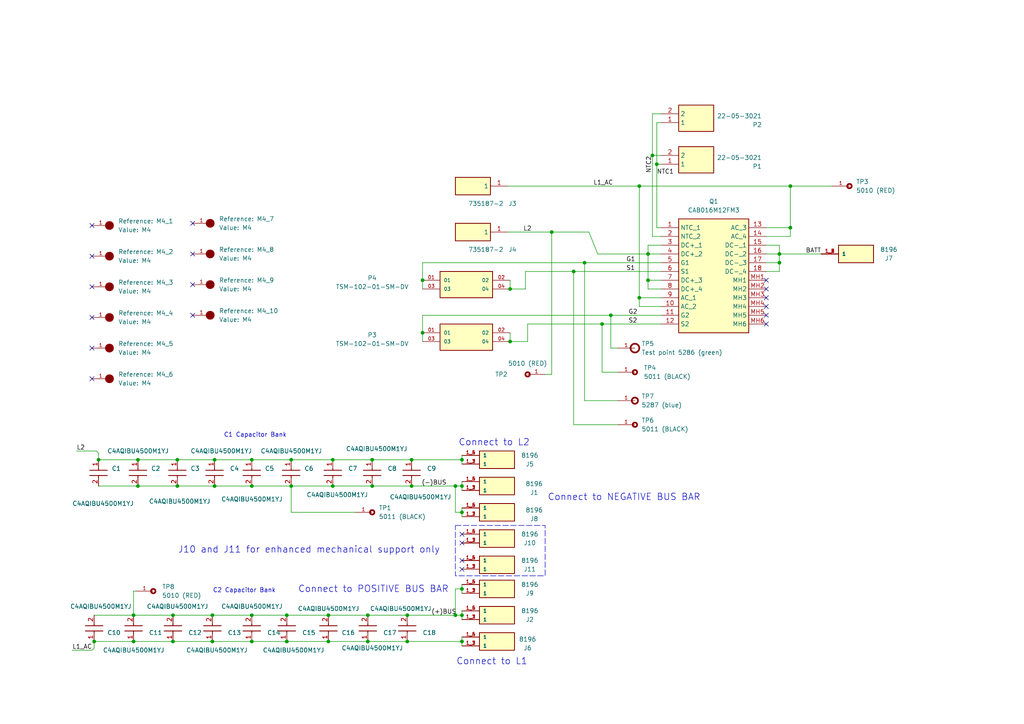
<source format=kicad_sch>
(kicad_sch (version 20231120) (generator "eeschema") (generator_version "8.0")
  (paper "A4")
  (title_block (title "Z-source board for modular multiphse qZSI") (date "05/03/2024") (rev "1") (company "Universidade de Vigo - Applied Power Electronics (APET) research group") (comment 4 "Proyect PID2021-124136OB-I00 supported by") (comment 8 "~\\Luiz e Oscar\\Impedance_Module\\KiCad\\ProjectFiles_Impedance_Module") (comment 9 "L. Lisboa, O. López"))
  (junction (at 38.735 178.435))
  (junction (at 118.11 178.435))
  (junction (at 133.985 133.35))
  (junction (at 106.68 186.055))
  (junction (at 132.08 178.435))
  (junction (at 147.955 83.82))
  (junction (at 177.165 91.44))
  (junction (at 73.025 178.435))
  (junction (at 119.38 133.35))
  (junction (at 185.42 53.975))
  (junction (at 28.575 133.35))
  (junction (at 50.165 178.435))
  (junction (at 84.455 140.97))
  (junction (at 189.23 45.085))
  (junction (at 73.025 186.055))
  (junction (at 51.435 140.97))
  (junction (at 107.95 140.97))
  (junction (at 132.08 140.97))
  (junction (at 226.06 76.2))
  (junction (at 95.25 178.435))
  (junction (at 226.06 73.66))
  (junction (at 133.985 140.97))
  (junction (at 83.185 186.055))
  (junction (at 229.235 53.975))
  (junction (at 50.165 186.055))
  (junction (at 147.955 99.06))
  (junction (at 133.985 170.815))
  (junction (at 106.68 178.435))
  (junction (at 174.625 93.98))
  (junction (at 229.235 66.04))
  (junction (at 62.23 133.35))
  (junction (at 40.005 140.97))
  (junction (at 187.96 73.66))
  (junction (at 95.25 186.055))
  (junction (at 160.02 67.31))
  (junction (at 27.305 186.055))
  (junction (at 107.95 133.35))
  (junction (at 133.985 178.435))
  (junction (at 51.435 133.35))
  (junction (at 40.005 133.35))
  (junction (at 118.11 186.055))
  (junction (at 133.985 186.055))
  (junction (at 73.025 140.97))
  (junction (at 166.37 78.74))
  (junction (at 190.5 47.625))
  (junction (at 96.52 140.97))
  (junction (at 84.455 133.35))
  (junction (at 187.96 81.28))
  (junction (at 73.025 133.35))
  (junction (at 61.595 186.055))
  (junction (at 38.735 186.055))
  (junction (at 119.38 140.97))
  (junction (at 96.52 133.35))
  (junction (at 62.23 140.97))
  (junction (at 169.545 76.2))
  (junction (at 83.185 178.435))
  (junction (at 122.555 81.28))
  (junction (at 185.42 86.36))
  (junction (at 61.595 178.435))
  (junction (at 133.985 148.59))
  (junction (at 122.555 96.52))
  (no_connect (at 26.67 83.185))
  (no_connect (at 133.985 162.56))
  (no_connect (at 55.88 64.77))
  (no_connect (at 222.25 81.28))
  (no_connect (at 133.985 157.48))
  (no_connect (at 222.25 91.44))
  (no_connect (at 55.88 91.44))
  (no_connect (at 55.88 73.66))
  (no_connect (at 222.25 88.9))
  (no_connect (at 222.25 86.36))
  (no_connect (at 133.985 165.1))
  (no_connect (at 222.25 93.98))
  (no_connect (at 26.67 109.855))
  (no_connect (at 222.25 83.82))
  (no_connect (at 26.67 74.295))
  (no_connect (at 26.67 65.405))
  (no_connect (at 55.88 82.55))
  (no_connect (at 133.985 154.94))
  (no_connect (at 26.67 92.075))
  (no_connect (at 26.67 100.965))
  (wire (pts (xy 122.555 81.28) (xy 122.555 83.82)))
  (wire (pts (xy 189.23 33.02) (xy 189.23 45.085)))
  (wire (pts (xy 185.42 86.36) (xy 185.42 88.9)))
  (wire (pts (xy 83.185 178.435) (xy 95.25 178.435)))
  (wire (pts (xy 132.08 170.815) (xy 132.08 178.435)))
  (wire (pts (xy 169.545 76.2) (xy 191.77 76.2)))
  (wire (pts (xy 187.96 83.82) (xy 191.77 83.82)))
  (wire (pts (xy 160.02 67.31) (xy 170.815 67.31)))
  (wire (pts (xy 229.235 53.975) (xy 229.235 66.04)))
  (wire (pts (xy 187.96 71.12) (xy 187.96 73.66)))
  (wire (pts (xy 118.11 186.055) (xy 133.985 186.055)))
  (wire (pts (xy 95.25 186.055) (xy 106.68 186.055)))
  (wire (pts (xy 50.165 178.435) (xy 61.595 178.435)))
  (wire (pts (xy 133.985 178.435) (xy 133.985 179.705)))
  (wire (pts (xy 38.735 171.45) (xy 38.735 178.435)))
  (wire (pts (xy 166.37 78.74) (xy 191.77 78.74)))
  (wire (pts (xy 152.4 83.82) (xy 152.4 78.74)))
  (wire (pts (xy 133.985 139.7) (xy 133.985 140.97)))
  (wire (pts (xy 174.625 93.98) (xy 174.625 107.95)))
  (wire (pts (xy 177.165 91.44) (xy 177.165 100.965)))
  (wire (pts (xy 73.025 186.055) (xy 83.185 186.055)))
  (wire (pts (xy 22.225 130.81) (xy 27.94 130.81)))
  (wire (pts (xy 84.455 140.97) (xy 96.52 140.97)))
  (wire (pts (xy 185.42 53.975) (xy 229.235 53.975)))
  (wire (pts (xy 95.25 178.435) (xy 106.68 178.435)))
  (wire (pts (xy 40.005 140.97) (xy 51.435 140.97)))
  (wire (pts (xy 147.955 99.06) (xy 147.955 96.52)))
  (wire (pts (xy 133.985 133.35) (xy 133.985 134.62)))
  (wire (pts (xy 119.38 140.97) (xy 132.08 140.97)))
  (wire (pts (xy 118.11 178.435) (xy 132.08 178.435)))
  (wire (pts (xy 61.595 186.055) (xy 73.025 186.055)))
  (wire (pts (xy 122.555 91.44) (xy 177.165 91.44)))
  (wire (pts (xy 27.305 186.055) (xy 27.305 187.96)))
  (wire (pts (xy 222.25 73.66) (xy 226.06 73.66)))
  (wire (pts (xy 147.955 99.06) (xy 153.035 99.06)))
  (wire (pts (xy 107.95 133.35) (xy 119.38 133.35)))
  (wire (pts (xy 50.165 186.055) (xy 61.595 186.055)))
  (wire (pts (xy 190.5 66.04) (xy 191.77 66.04)))
  (wire (pts (xy 222.25 71.12) (xy 226.06 71.12)))
  (wire (pts (xy 190.5 47.625) (xy 190.5 66.04)))
  (wire (pts (xy 132.08 178.435) (xy 133.985 178.435)))
  (wire (pts (xy 62.23 140.97) (xy 73.025 140.97)))
  (wire (pts (xy 187.96 73.66) (xy 187.96 81.28)))
  (wire (pts (xy 122.555 96.52) (xy 122.555 99.06)))
  (wire (pts (xy 185.42 86.36) (xy 191.77 86.36)))
  (wire (pts (xy 189.23 68.58) (xy 191.77 68.58)))
  (wire (pts (xy 73.025 178.435) (xy 83.185 178.435)))
  (wire (pts (xy 133.985 169.545) (xy 133.985 170.815)))
  (wire (pts (xy 160.02 67.31) (xy 160.02 108.585)))
  (wire (pts (xy 133.985 170.815) (xy 133.985 172.085)))
  (wire (pts (xy 133.985 148.59) (xy 133.985 149.86)))
  (wire (pts (xy 169.545 76.2) (xy 169.545 116.205)))
  (wire (pts (xy 62.23 133.35) (xy 73.025 133.35)))
  (wire (pts (xy 51.435 133.35) (xy 62.23 133.35)))
  (wire (pts (xy 96.52 140.97) (xy 107.95 140.97)))
  (wire (pts (xy 73.025 133.35) (xy 84.455 133.35)))
  (wire (pts (xy 229.235 66.04) (xy 229.235 68.58)))
  (wire (pts (xy 222.25 78.74) (xy 226.06 78.74)))
  (wire (pts (xy 222.25 76.2) (xy 226.06 76.2)))
  (wire (pts (xy 38.735 171.45) (xy 39.37 171.45)))
  (wire (pts (xy 153.035 99.06) (xy 153.035 93.98)))
  (wire (pts (xy 132.08 140.97) (xy 132.08 148.59)))
  (wire (pts (xy 132.08 140.97) (xy 133.985 140.97)))
  (wire (pts (xy 122.555 76.2) (xy 169.545 76.2)))
  (wire (pts (xy 153.035 93.98) (xy 174.625 93.98)))
  (wire (pts (xy 190.5 47.625) (xy 191.77 47.625)))
  (wire (pts (xy 190.5 35.56) (xy 191.77 35.56)))
  (wire (pts (xy 133.985 177.165) (xy 133.985 178.435)))
  (wire (pts (xy 229.235 53.975) (xy 241.3 53.975)))
  (wire (pts (xy 222.25 68.58) (xy 229.235 68.58)))
  (wire (pts (xy 222.25 66.04) (xy 229.235 66.04)))
  (wire (pts (xy 96.52 133.35) (xy 107.95 133.35)))
  (wire (pts (xy 133.985 147.32) (xy 133.985 148.59)))
  (wire (pts (xy 166.37 123.19) (xy 179.07 123.19)))
  (wire (pts (xy 177.165 100.965) (xy 179.07 100.965)))
  (wire (pts (xy 27.305 178.435) (xy 38.735 178.435)))
  (wire (pts (xy 107.95 140.97) (xy 119.38 140.97)))
  (wire (pts (xy 169.545 116.205) (xy 179.07 116.205)))
  (wire (pts (xy 84.455 148.59) (xy 102.87 148.59)))
  (wire (pts (xy 187.96 71.12) (xy 191.77 71.12)))
  (wire (pts (xy 185.42 53.975) (xy 185.42 86.36)))
  (wire (pts (xy 40.005 133.35) (xy 51.435 133.35)))
  (wire (pts (xy 166.37 78.74) (xy 166.37 123.19)))
  (wire (pts (xy 147.955 81.28) (xy 147.955 83.82)))
  (wire (pts (xy 226.06 73.66) (xy 226.06 76.2)))
  (wire (pts (xy 132.08 148.59) (xy 133.985 148.59)))
  (wire (pts (xy 28.575 131.445) (xy 28.575 133.35)))
  (wire (pts (xy 190.5 35.56) (xy 190.5 47.625)))
  (wire (pts (xy 27.305 186.055) (xy 38.735 186.055)))
  (wire (pts (xy 106.68 186.055) (xy 118.11 186.055)))
  (wire (pts (xy 158.115 108.585) (xy 160.02 108.585)))
  (wire (pts (xy 73.025 140.97) (xy 84.455 140.97)))
  (wire (pts (xy 133.985 186.055) (xy 133.985 187.325)))
  (wire (pts (xy 187.96 81.28) (xy 187.96 83.82)))
  (wire (pts (xy 147.32 53.975) (xy 185.42 53.975)))
  (wire (pts (xy 226.06 76.2) (xy 226.06 78.74)))
  (wire (pts (xy 189.23 45.085) (xy 191.77 45.085)))
  (wire (pts (xy 147.32 67.31) (xy 160.02 67.31)))
  (wire (pts (xy 173.355 73.66) (xy 187.96 73.66)))
  (wire (pts (xy 174.625 107.95) (xy 179.07 107.95)))
  (wire (pts (xy 189.23 33.02) (xy 191.77 33.02)))
  (wire (pts (xy 20.955 188.595) (xy 26.67 188.595)))
  (wire (pts (xy 187.96 73.66) (xy 191.77 73.66)))
  (wire (pts (xy 226.06 71.12) (xy 226.06 73.66)))
  (wire (pts (xy 28.575 133.35) (xy 40.005 133.35)))
  (wire (pts (xy 133.985 132.08) (xy 133.985 133.35)))
  (wire (pts (xy 177.165 91.44) (xy 191.77 91.44)))
  (wire (pts (xy 84.455 140.97) (xy 84.455 148.59)))
  (wire (pts (xy 122.555 91.44) (xy 122.555 96.52)))
  (wire (pts (xy 27.94 130.81) (xy 28.575 131.445)))
  (wire (pts (xy 27.305 187.96) (xy 26.67 188.595)))
  (wire (pts (xy 226.06 73.66) (xy 238.125 73.66)))
  (wire (pts (xy 187.96 81.28) (xy 191.77 81.28)))
  (wire (pts (xy 84.455 133.35) (xy 96.52 133.35)))
  (wire (pts (xy 61.595 178.435) (xy 73.025 178.435)))
  (wire (pts (xy 170.815 67.31) (xy 173.355 73.66)))
  (wire (pts (xy 132.08 170.815) (xy 133.985 170.815)))
  (wire (pts (xy 106.68 178.435) (xy 118.11 178.435)))
  (wire (pts (xy 51.435 140.97) (xy 62.23 140.97)))
  (wire (pts (xy 133.985 184.785) (xy 133.985 186.055)))
  (wire (pts (xy 189.23 45.085) (xy 189.23 68.58)))
  (wire (pts (xy 28.575 140.97) (xy 40.005 140.97)))
  (wire (pts (xy 185.42 88.9) (xy 191.77 88.9)))
  (wire (pts (xy 174.625 93.98) (xy 191.77 93.98)))
  (wire (pts (xy 152.4 78.74) (xy 166.37 78.74)))
  (wire (pts (xy 83.185 186.055) (xy 95.25 186.055)))
  (wire (pts (xy 122.555 76.2) (xy 122.555 81.28)))
  (wire (pts (xy 147.955 83.82) (xy 152.4 83.82)))
  (wire (pts (xy 38.735 186.055) (xy 50.165 186.055)))
  (wire (pts (xy 38.735 178.435) (xy 50.165 178.435)))
  (wire (pts (xy 119.38 133.35) (xy 133.985 133.35)))
  (wire (pts (xy 133.985 140.97) (xy 133.985 142.24)))
  (rectangle (start 132.08 152.4) (end 158.115 167.005) (stroke (width 0) (type dash)))
  (text "C1 Capacitor Bank" (at 83.185 127 0) (effects (font (size 1.27 1.27)) (justify right bottom)))
  (text "Connect to NEGATIVE BUS BAR" (at 203.2 145.415 0) (effects (font (size 1.905 1.905)) (justify right bottom)))
  (text "C2 Capacitor Bank" (at 80.01 172.085 0) (effects (font (size 1.27 1.27)) (justify right bottom)))
  (text "Connect to POSITIVE BUS BAR" (at 130.175 172.085 0) (effects (font (size 1.905 1.905)) (justify right bottom)))
  (text "Connect to L1" (at 153.035 193.04 0) (effects (font (size 1.905 1.905)) (justify right bottom)))
  (text "Connect to L2\n" (at 153.67 129.54 0) (effects (font (size 1.905 1.905)) (justify right bottom)))
  (text "J10 and J11 for enhanced mechanical support only" (at 127.635 160.655 0) (effects (font (size 1.905 1.905)) (justify right bottom)))
  (label "G1" (at 181.61 76.2 0))
  (label "NTC1" (at 190.5 50.8 0))
  (label "G2" (at 182.245 91.44 0))
  (label "L1_AC" (at 172.085 53.975 0))
  (label "(+)BUS" (at 125.095 178.435 0))
  (label "NTC2" (at 189.23 50.165 90))
  (label "BATT" (at 233.68 73.66 0))
  (label "L2" (at 151.765 67.31 0))
  (label "S1" (at 181.61 78.74 0))
  (label "(-)BUS" (at 129.54 140.97 180))
  (label "L1_AC" (at 20.955 188.595 0))
  (label "S2" (at 182.245 93.98 0))
  (label "L2" (at 22.225 130.81 0))
  (symbol (lib_name "8196_3") (lib_id "KEYSTONE_8196:8196") (at 144.145 163.83 0) (unit 1)
    (property "Reference" "J11" (at 153.67 165.1 0))
    (property "Value" "8196" (at 153.67 162.56 0))
    (property "Footprint" "KiCad:KEYSTONE_8196" (effects (hide yes)))
    (property "Description" "\nSnap In PC Mount 30Amp-w/ Screw Unassembled\n" (effects (hide yes)))
    (property "MF" "Keystone Electronics" (effects (hide yes)))
    (property "MAXIMUM_PACKAGE_HEIGHT" "11.51 mm" (effects (hide yes)))
    (property "Package" "None" (effects (hide yes)))
    (property "Price" "None" (effects (hide yes)))
    (property "Check_prices" "https://www.snapeda.com/parts/8196/Keystone+Electronics/view-part/?ref=eda" (effects (hide yes)))
    (property "STANDARD" "Manufacturer Recommendations" (effects (hide yes)))
    (property "PARTREV" "D" (effects (hide yes)))
    (property "SnapEDA_Link" "https://www.snapeda.com/parts/8196/Keystone+Electronics/view-part/?ref=snap" (effects (hide yes)))
    (property "MP" "8196" (effects (hide yes)))
    (property "Purchase-URL" "https://www.snapeda.com/api/url_track_click_mouser/?unipart_id=552876&manufacturer=Keystone Electronics&part_name=8196&search_term=None" (effects (hide yes)))
    (property "Availability" "In Stock" (effects (hide yes)))
    (property "MANUFACTURER" "Keystone Electronics" (effects (hide yes)))
  )
  (symbol (lib_id "Test_pin_KEYSTONE_5287:5287") (at 184.15 116.205 0) (unit 1)
    (property "Reference" "TP7" (at 186.055 114.935 0) (effects (justify left)))
    (property "Value" "5287 (blue)" (at 186.055 117.475 0) (effects (justify left)))
    (property "Footprint" "KiCad:Test_pin_KEYSTONE_5287" (effects (hide yes)))
    (property "Description" "\nTEST POINT (BLUE) - MULTIPURPOSE\n" (effects (hide yes)))
    (property "MF" "Keystone Electronics" (effects (hide yes)))
    (property "MAXIMUM_PACKAGE_HEIGHT" "5.59mm" (effects (hide yes)))
    (property "Package" "None" (effects (hide yes)))
    (property "Price" "None" (effects (hide yes)))
    (property "Check_prices" "https://www.snapeda.com/parts/5287/Keystone+Electronics/view-part/?ref=eda" (effects (hide yes)))
    (property "STANDARD" "Manufacturer Recommendations" (effects (hide yes)))
    (property "SnapEDA_Link" "https://www.snapeda.com/parts/5287/Keystone+Electronics/view-part/?ref=snap" (effects (hide yes)))
    (property "MP" "5287" (effects (hide yes)))
    (property "MANUFACTURER" "Keystone" (effects (hide yes)))
    (property "Availability" "In Stock" (effects (hide yes)))
    (property "SNAPEDA_PN" "5270" (effects (hide yes)))
  )
  (symbol (lib_id "TE_CONNECTIVITY_735187-2:735187-2") (at 147.32 53.975 180) (unit 1)
    (property "Reference" "J3" (at 149.86 59.055 0) (effects (justify left)))
    (property "Value" "735187-2" (at 146.05 59.055 0) (effects (justify left)))
    (property "Footprint" "KiCad:TE_CONNECTIVITY_7351872" (effects (hide yes)))
    (property "Datasheet" "http://www.te.com/commerce/DocumentDelivery/DDEController?Action=showdoc&DocId=Customer+Drawing%7F735187%7FD2%7Fpdf%7FEnglish%7FENG_CD_735187_D2.pdf%7F735187-2" (effects (hide yes)))
    (property "Height" "0" (effects (hide yes)))
    (property "Mouser Part Number" "571-735187-2" (effects (hide yes)))
    (property "Mouser Price/Stock" "https://www.mouser.co.uk/ProductDetail/TE-Connectivity-AMP/735187-2?qs=sd1rtLGwt46VH%2FlJGJZu5w%3D%3D" (effects (hide yes)))
    (property "Manufacturer_Name" "TE Connectivity" (effects (hide yes)))
    (property "Manufacturer_Part_Number" "735187-2" (effects (hide yes)))
  )
  (symbol (lib_id "Capacitor_KEMET_C4AQIBU4500M1YJ:C4AQIBU4500M1YJ") (at 51.435 137.16 0) (unit 1)
    (property "Reference" "C3" (at 55.245 135.89 0) (effects (justify left)))
    (property "Value" "C4AQIBU4500M1YJ" (at 43.18 145.415 0) (effects (justify left)))
    (property "Footprint" "KiCad:Capacitor_KEMET_C4AQIBU4500M1YJ" (effects (hide yes)))
    (property "Datasheet" "https://content.kemet.com/datasheets/KEM_F3125_C4AQ_M.pdf" (effects (hide yes)))
    (property "Height" "28.2" (effects (hide yes)))
    (property "Mouser Part Number" "80-C4AQIBU4500M1YJ" (effects (hide yes)))
    (property "Mouser Price/Stock" "https://www.mouser.co.uk/ProductDetail/KEMET/C4AQIBU4500M1YJ?qs=81r%252BiQLm7BQ5pEDLc8ns3w%3D%3D" (effects (hide yes)))
    (property "Manufacturer_Name" "KEMET" (effects (hide yes)))
    (property "Manufacturer_Part_Number" "C4AQIBU4500M1YJ" (effects (hide yes)))
  )
  (symbol (lib_id "Capacitor_KEMET_C4AQIBU4500M1YJ:C4AQIBU4500M1YJ") (at 50.165 182.245 0) (mirror x) (unit 1)
    (property "Reference" "C12" (at 54.61 183.515 0) (effects (justify left)))
    (property "Value" "C4AQIBU4500M1YJ" (at 42.545 175.895 0) (effects (justify left)))
    (property "Footprint" "KiCad:Capacitor_KEMET_C4AQIBU4500M1YJ" (effects (hide yes)))
    (property "Datasheet" "https://content.kemet.com/datasheets/KEM_F3125_C4AQ_M.pdf" (effects (hide yes)))
    (property "Height" "28.2" (effects (hide yes)))
    (property "Mouser Part Number" "80-C4AQIBU4500M1YJ" (effects (hide yes)))
    (property "Mouser Price/Stock" "https://www.mouser.co.uk/ProductDetail/KEMET/C4AQIBU4500M1YJ?qs=81r%252BiQLm7BQ5pEDLc8ns3w%3D%3D" (effects (hide yes)))
    (property "Manufacturer_Name" "KEMET" (effects (hide yes)))
    (property "Manufacturer_Part_Number" "C4AQIBU4500M1YJ" (effects (hide yes)))
  )
  (symbol (lib_id "Test_pin_KEYSTONE_5011:5011") (at 107.95 148.59 0) (unit 1)
    (property "Reference" "TP1" (at 109.855 147.32 0) (effects (justify left)))
    (property "Value" "5011 (BLACK)" (at 109.855 149.86 0) (effects (justify left)))
    (property "Footprint" "KiCad:Test_pin_KEYSTONE_5011" (effects (hide yes)))
    (property "Description" "\nTest Point MultiPurpose THM H .445 Nylon 46 Insulated Blk PhosBronze/Silver | Keystone Electronics 5011\n" (effects (hide yes)))
    (property "RS_Components_2042652_Purchase_URL" "https://www.snapeda.com/api/url_track_click/https%253A//uk.rs-online.com/web/p/terminal-posts/2042652//%253Futm_campaign%253Dbuynow%2526utm_medium%253Daggregator%2526utm_source%253Dsnapeda%2526cm_mmc%253Daff-_-uk-_-snapeda-_-2042652/?unipart_id=6628606&manufacturer=Keystone Electronics Corp.&part_name=5011&search_term=keystone 5011" (effects (hide yes)))
    (property "MF" "Keystone Electronics Corp." (effects (hide yes)))
    (property "MAXIMUM_PACKAGE_HEIGHT" "8.13 mm" (effects (hide yes)))
    (property "Package" "None" (effects (hide yes)))
    (property "Check_prices" "https://www.snapeda.com/parts/5011/Keystone+Electronics/view-part/?ref=eda" (effects (hide yes)))
    (property "STANDARD" "Manufacturer Recommendations" (effects (hide yes)))
    (property "PARTREV" "F" (effects (hide yes)))
    (property "SnapEDA_Link" "https://www.snapeda.com/parts/5011/Keystone+Electronics/view-part/?ref=snap" (effects (hide yes)))
    (property "MP" "5011" (effects (hide yes)))
    (property "Purchase-URL" "https://www.snapeda.com/api/url_track_click_mouser/?unipart_id=6628606&manufacturer=Keystone Electronics Corp.&part_name=5011&search_term=keystone 5011" (effects (hide yes)))
    (property "MANUFACTURER" "Keystone Electronics" (effects (hide yes)))
    (property "SNAPEDA_PN" "5010" (effects (hide yes)))
  )
  (symbol (lib_name "8196_8") (lib_id "KEYSTONE_8196:8196") (at 144.145 148.59 0) (unit 1)
    (property "Reference" "J8" (at 154.94 150.495 0))
    (property "Value" "8196" (at 154.94 147.955 0))
    (property "Footprint" "KiCad:KEYSTONE_8196" (effects (hide yes)))
    (property "Description" "\nSnap In PC Mount 30Amp-w/ Screw Unassembled\n" (effects (hide yes)))
    (property "MF" "Keystone Electronics" (effects (hide yes)))
    (property "MAXIMUM_PACKAGE_HEIGHT" "11.51 mm" (effects (hide yes)))
    (property "Package" "None" (effects (hide yes)))
    (property "Price" "None" (effects (hide yes)))
    (property "Check_prices" "https://www.snapeda.com/parts/8196/Keystone+Electronics/view-part/?ref=eda" (effects (hide yes)))
    (property "STANDARD" "Manufacturer Recommendations" (effects (hide yes)))
    (property "PARTREV" "D" (effects (hide yes)))
    (property "SnapEDA_Link" "https://www.snapeda.com/parts/8196/Keystone+Electronics/view-part/?ref=snap" (effects (hide yes)))
    (property "MP" "8196" (effects (hide yes)))
    (property "Purchase-URL" "https://www.snapeda.com/api/url_track_click_mouser/?unipart_id=552876&manufacturer=Keystone Electronics&part_name=8196&search_term=None" (effects (hide yes)))
    (property "Availability" "In Stock" (effects (hide yes)))
    (property "MANUFACTURER" "Keystone Electronics" (effects (hide yes)))
  )
  (symbol (lib_name "M4_pin_2") (lib_id "M4_Hole:M4_pin") (at 31.75 92.075 0) (unit 1)
    (property "Reference" "M4_4" (at 34.29 90.805 0) (show_name yes) (effects (justify left)))
    (property "Value" "M4" (at 34.29 93.345 0) (show_name yes) (effects (justify left)))
    (property "Footprint" "KiCad:M4_Hole" (effects (hide yes)))
    (property "Description" "\nTest Point MultiPurpose THM H .445 Nylon 46 Insulated Blk PhosBronze/Silver | Keystone Electronics 5011\n" (effects (hide yes)))
    (property "RS_Components_2042652_Purchase_URL" "https://www.snapeda.com/api/url_track_click/https%253A//uk.rs-online.com/web/p/terminal-posts/2042652//%253Futm_campaign%253Dbuynow%2526utm_medium%253Daggregator%2526utm_source%253Dsnapeda%2526cm_mmc%253Daff-_-uk-_-snapeda-_-2042652/?unipart_id=6628606&manufacturer=Keystone Electronics Corp.&part_name=5011&search_term=keystone 5011" (effects (hide yes)))
    (property "MF" "Keystone Electronics Corp." (effects (hide yes)))
    (property "MAXIMUM_PACKAGE_HEIGHT" "8.13 mm" (effects (hide yes)))
    (property "Package" "None" (effects (hide yes)))
    (property "Check_prices" "https://www.snapeda.com/parts/5011/Keystone+Electronics/view-part/?ref=eda" (effects (hide yes)))
    (property "STANDARD" "Manufacturer Recommendations" (effects (hide yes)))
    (property "PARTREV" "F" (effects (hide yes)))
    (property "SnapEDA_Link" "https://www.snapeda.com/parts/5011/Keystone+Electronics/view-part/?ref=snap" (effects (hide yes)))
    (property "MP" "5011" (effects (hide yes)))
    (property "Purchase-URL" "https://www.snapeda.com/api/url_track_click_mouser/?unipart_id=6628606&manufacturer=Keystone Electronics Corp.&part_name=5011&search_term=keystone 5011" (effects (hide yes)))
    (property "MANUFACTURER" "Keystone Electronics" (effects (hide yes)))
    (property "SNAPEDA_PN" "5010" (effects (hide yes)))
  )
  (symbol (lib_name "M4_pin_2") (lib_id "M4_Hole:M4_pin") (at 31.75 109.855 0) (unit 1)
    (property "Reference" "M4_6" (at 34.29 108.585 0) (show_name yes) (effects (justify left)))
    (property "Value" "M4" (at 34.29 111.125 0) (show_name yes) (effects (justify left)))
    (property "Footprint" "KiCad:M4_Hole" (effects (hide yes)))
    (property "Description" "\nTest Point MultiPurpose THM H .445 Nylon 46 Insulated Blk PhosBronze/Silver | Keystone Electronics 5011\n" (effects (hide yes)))
    (property "RS_Components_2042652_Purchase_URL" "https://www.snapeda.com/api/url_track_click/https%253A//uk.rs-online.com/web/p/terminal-posts/2042652//%253Futm_campaign%253Dbuynow%2526utm_medium%253Daggregator%2526utm_source%253Dsnapeda%2526cm_mmc%253Daff-_-uk-_-snapeda-_-2042652/?unipart_id=6628606&manufacturer=Keystone Electronics Corp.&part_name=5011&search_term=keystone 5011" (effects (hide yes)))
    (property "MF" "Keystone Electronics Corp." (effects (hide yes)))
    (property "MAXIMUM_PACKAGE_HEIGHT" "8.13 mm" (effects (hide yes)))
    (property "Package" "None" (effects (hide yes)))
    (property "Check_prices" "https://www.snapeda.com/parts/5011/Keystone+Electronics/view-part/?ref=eda" (effects (hide yes)))
    (property "STANDARD" "Manufacturer Recommendations" (effects (hide yes)))
    (property "PARTREV" "F" (effects (hide yes)))
    (property "SnapEDA_Link" "https://www.snapeda.com/parts/5011/Keystone+Electronics/view-part/?ref=snap" (effects (hide yes)))
    (property "MP" "5011" (effects (hide yes)))
    (property "Purchase-URL" "https://www.snapeda.com/api/url_track_click_mouser/?unipart_id=6628606&manufacturer=Keystone Electronics Corp.&part_name=5011&search_term=keystone 5011" (effects (hide yes)))
    (property "MANUFACTURER" "Keystone Electronics" (effects (hide yes)))
    (property "SNAPEDA_PN" "5010" (effects (hide yes)))
  )
  (symbol (lib_id "SAMTEC_TSM-102-01-SM-DV:TSM-102-01-SM-DV") (at 135.255 99.06 0) (unit 1)
    (property "Reference" "P3" (at 107.95 97.155 0))
    (property "Value" "TSM-102-01-SM-DV" (at 107.95 99.695 0))
    (property "Footprint" "KiCad:SAMTEC_TSM-102-01-SM-DV" (effects (hide yes)))
    (property "MANUFACTURER" "SAMTEC" (effects (hide yes)))
  )
  (symbol (lib_id "Capacitor_KEMET_C4AQIBU4500M1YJ:C4AQIBU4500M1YJ") (at 106.68 182.245 0) (mirror x) (unit 1)
    (property "Reference" "C17" (at 111.125 183.515 0) (effects (justify left)))
    (property "Value" "C4AQIBU4500M1YJ" (at 99.06 187.96 0) (effects (justify left)))
    (property "Footprint" "KiCad:Capacitor_KEMET_C4AQIBU4500M1YJ" (effects (hide yes)))
    (property "Datasheet" "https://content.kemet.com/datasheets/KEM_F3125_C4AQ_M.pdf" (effects (hide yes)))
    (property "Height" "28.2" (effects (hide yes)))
    (property "Mouser Part Number" "80-C4AQIBU4500M1YJ" (effects (hide yes)))
    (property "Mouser Price/Stock" "https://www.mouser.co.uk/ProductDetail/KEMET/C4AQIBU4500M1YJ?qs=81r%252BiQLm7BQ5pEDLc8ns3w%3D%3D" (effects (hide yes)))
    (property "Manufacturer_Name" "KEMET" (effects (hide yes)))
    (property "Manufacturer_Part_Number" "C4AQIBU4500M1YJ" (effects (hide yes)))
  )
  (symbol (lib_name "8196_6") (lib_id "KEYSTONE_8196:8196") (at 144.145 140.97 0) (unit 1)
    (property "Reference" "J1" (at 154.94 142.875 0))
    (property "Value" "8196" (at 154.94 140.335 0))
    (property "Footprint" "KiCad:KEYSTONE_8196" (effects (hide yes)))
    (property "Description" "\nSnap In PC Mount 30Amp-w/ Screw Unassembled\n" (effects (hide yes)))
    (property "MF" "Keystone Electronics" (effects (hide yes)))
    (property "MAXIMUM_PACKAGE_HEIGHT" "11.51 mm" (effects (hide yes)))
    (property "Package" "None" (effects (hide yes)))
    (property "Price" "None" (effects (hide yes)))
    (property "Check_prices" "https://www.snapeda.com/parts/8196/Keystone+Electronics/view-part/?ref=eda" (effects (hide yes)))
    (property "STANDARD" "Manufacturer Recommendations" (effects (hide yes)))
    (property "PARTREV" "D" (effects (hide yes)))
    (property "SnapEDA_Link" "https://www.snapeda.com/parts/8196/Keystone+Electronics/view-part/?ref=snap" (effects (hide yes)))
    (property "MP" "8196" (effects (hide yes)))
    (property "Purchase-URL" "https://www.snapeda.com/api/url_track_click_mouser/?unipart_id=552876&manufacturer=Keystone Electronics&part_name=8196&search_term=None" (effects (hide yes)))
    (property "Availability" "In Stock" (effects (hide yes)))
    (property "MANUFACTURER" "Keystone Electronics" (effects (hide yes)))
  )
  (symbol (lib_id "TE_CONNECTIVITY_735187-2:735187-2") (at 147.32 67.31 180) (unit 1)
    (property "Reference" "J4" (at 149.86 72.39 0) (effects (justify left)))
    (property "Value" "735187-2" (at 146.05 72.39 0) (effects (justify left)))
    (property "Footprint" "KiCad:TE_CONNECTIVITY_7351872" (effects (hide yes)))
    (property "Datasheet" "http://www.te.com/commerce/DocumentDelivery/DDEController?Action=showdoc&DocId=Customer+Drawing%7F735187%7FD2%7Fpdf%7FEnglish%7FENG_CD_735187_D2.pdf%7F735187-2" (effects (hide yes)))
    (property "Height" "0" (effects (hide yes)))
    (property "Mouser Part Number" "571-735187-2" (effects (hide yes)))
    (property "Mouser Price/Stock" "https://www.mouser.co.uk/ProductDetail/TE-Connectivity-AMP/735187-2?qs=sd1rtLGwt46VH%2FlJGJZu5w%3D%3D" (effects (hide yes)))
    (property "Manufacturer_Name" "TE Connectivity" (effects (hide yes)))
    (property "Manufacturer_Part_Number" "735187-2" (effects (hide yes)))
  )
  (symbol (lib_name "M4_pin_2") (lib_id "M4_Hole:M4_pin") (at 60.96 73.66 0) (unit 1)
    (property "Reference" "M4_8" (at 63.5 72.39 0) (show_name yes) (effects (justify left)))
    (property "Value" "M4" (at 63.5 74.93 0) (show_name yes) (effects (justify left)))
    (property "Footprint" "KiCad:M4_Hole" (effects (hide yes)))
    (property "Description" "\nTest Point MultiPurpose THM H .445 Nylon 46 Insulated Blk PhosBronze/Silver | Keystone Electronics 5011\n" (effects (hide yes)))
    (property "RS_Components_2042652_Purchase_URL" "https://www.snapeda.com/api/url_track_click/https%253A//uk.rs-online.com/web/p/terminal-posts/2042652//%253Futm_campaign%253Dbuynow%2526utm_medium%253Daggregator%2526utm_source%253Dsnapeda%2526cm_mmc%253Daff-_-uk-_-snapeda-_-2042652/?unipart_id=6628606&manufacturer=Keystone Electronics Corp.&part_name=5011&search_term=keystone 5011" (effects (hide yes)))
    (property "MF" "Keystone Electronics Corp." (effects (hide yes)))
    (property "MAXIMUM_PACKAGE_HEIGHT" "8.13 mm" (effects (hide yes)))
    (property "Package" "None" (effects (hide yes)))
    (property "Check_prices" "https://www.snapeda.com/parts/5011/Keystone+Electronics/view-part/?ref=eda" (effects (hide yes)))
    (property "STANDARD" "Manufacturer Recommendations" (effects (hide yes)))
    (property "PARTREV" "F" (effects (hide yes)))
    (property "SnapEDA_Link" "https://www.snapeda.com/parts/5011/Keystone+Electronics/view-part/?ref=snap" (effects (hide yes)))
    (property "MP" "5011" (effects (hide yes)))
    (property "Purchase-URL" "https://www.snapeda.com/api/url_track_click_mouser/?unipart_id=6628606&manufacturer=Keystone Electronics Corp.&part_name=5011&search_term=keystone 5011" (effects (hide yes)))
    (property "MANUFACTURER" "Keystone Electronics" (effects (hide yes)))
    (property "SNAPEDA_PN" "5010" (effects (hide yes)))
  )
  (symbol (lib_id "Capacitor_KEMET_C4AQIBU4500M1YJ:C4AQIBU4500M1YJ") (at 84.455 137.16 0) (unit 1)
    (property "Reference" "C6" (at 88.265 135.89 0) (effects (justify left)))
    (property "Value" "C4AQIBU4500M1YJ" (at 75.565 130.81 0) (effects (justify left)))
    (property "Footprint" "KiCad:Capacitor_KEMET_C4AQIBU4500M1YJ" (effects (hide yes)))
    (property "Datasheet" "https://content.kemet.com/datasheets/KEM_F3125_C4AQ_M.pdf" (effects (hide yes)))
    (property "Height" "28.2" (effects (hide yes)))
    (property "Mouser Part Number" "80-C4AQIBU4500M1YJ" (effects (hide yes)))
    (property "Mouser Price/Stock" "https://www.mouser.co.uk/ProductDetail/KEMET/C4AQIBU4500M1YJ?qs=81r%252BiQLm7BQ5pEDLc8ns3w%3D%3D" (effects (hide yes)))
    (property "Manufacturer_Name" "KEMET" (effects (hide yes)))
    (property "Manufacturer_Part_Number" "C4AQIBU4500M1YJ" (effects (hide yes)))
  )
  (symbol (lib_name "M4_pin_1") (lib_id "M4_Hole:M4_pin") (at 31.75 100.965 0) (unit 1)
    (property "Reference" "M4_5" (at 34.29 99.695 0) (show_name yes) (effects (justify left)))
    (property "Value" "M4" (at 34.29 102.235 0) (show_name yes) (effects (justify left)))
    (property "Footprint" "KiCad:M4_Hole" (effects (hide yes)))
    (property "Description" "\nTest Point MultiPurpose THM H .445 Nylon 46 Insulated Blk PhosBronze/Silver | Keystone Electronics 5011\n" (effects (hide yes)))
    (property "RS_Components_2042652_Purchase_URL" "https://www.snapeda.com/api/url_track_click/https%253A//uk.rs-online.com/web/p/terminal-posts/2042652//%253Futm_campaign%253Dbuynow%2526utm_medium%253Daggregator%2526utm_source%253Dsnapeda%2526cm_mmc%253Daff-_-uk-_-snapeda-_-2042652/?unipart_id=6628606&manufacturer=Keystone Electronics Corp.&part_name=5011&search_term=keystone 5011" (effects (hide yes)))
    (property "MF" "Keystone Electronics Corp." (effects (hide yes)))
    (property "MAXIMUM_PACKAGE_HEIGHT" "8.13 mm" (effects (hide yes)))
    (property "Package" "None" (effects (hide yes)))
    (property "Check_prices" "https://www.snapeda.com/parts/5011/Keystone+Electronics/view-part/?ref=eda" (effects (hide yes)))
    (property "STANDARD" "Manufacturer Recommendations" (effects (hide yes)))
    (property "PARTREV" "F" (effects (hide yes)))
    (property "SnapEDA_Link" "https://www.snapeda.com/parts/5011/Keystone+Electronics/view-part/?ref=snap" (effects (hide yes)))
    (property "MP" "5011" (effects (hide yes)))
    (property "Purchase-URL" "https://www.snapeda.com/api/url_track_click_mouser/?unipart_id=6628606&manufacturer=Keystone Electronics Corp.&part_name=5011&search_term=keystone 5011" (effects (hide yes)))
    (property "MANUFACTURER" "Keystone Electronics" (effects (hide yes)))
    (property "SNAPEDA_PN" "5010" (effects (hide yes)))
  )
  (symbol (lib_name "M4_pin_1") (lib_id "M4_Hole:M4_pin") (at 60.96 64.77 0) (unit 1)
    (property "Reference" "M4_7" (at 63.5 63.5 0) (show_name yes) (effects (justify left)))
    (property "Value" "M4" (at 63.5 66.04 0) (show_name yes) (effects (justify left)))
    (property "Footprint" "KiCad:M4_Hole" (effects (hide yes)))
    (property "Description" "\nTest Point MultiPurpose THM H .445 Nylon 46 Insulated Blk PhosBronze/Silver | Keystone Electronics 5011\n" (effects (hide yes)))
    (property "RS_Components_2042652_Purchase_URL" "https://www.snapeda.com/api/url_track_click/https%253A//uk.rs-online.com/web/p/terminal-posts/2042652//%253Futm_campaign%253Dbuynow%2526utm_medium%253Daggregator%2526utm_source%253Dsnapeda%2526cm_mmc%253Daff-_-uk-_-snapeda-_-2042652/?unipart_id=6628606&manufacturer=Keystone Electronics Corp.&part_name=5011&search_term=keystone 5011" (effects (hide yes)))
    (property "MF" "Keystone Electronics Corp." (effects (hide yes)))
    (property "MAXIMUM_PACKAGE_HEIGHT" "8.13 mm" (effects (hide yes)))
    (property "Package" "None" (effects (hide yes)))
    (property "Check_prices" "https://www.snapeda.com/parts/5011/Keystone+Electronics/view-part/?ref=eda" (effects (hide yes)))
    (property "STANDARD" "Manufacturer Recommendations" (effects (hide yes)))
    (property "PARTREV" "F" (effects (hide yes)))
    (property "SnapEDA_Link" "https://www.snapeda.com/parts/5011/Keystone+Electronics/view-part/?ref=snap" (effects (hide yes)))
    (property "MP" "5011" (effects (hide yes)))
    (property "Purchase-URL" "https://www.snapeda.com/api/url_track_click_mouser/?unipart_id=6628606&manufacturer=Keystone Electronics Corp.&part_name=5011&search_term=keystone 5011" (effects (hide yes)))
    (property "MANUFACTURER" "Keystone Electronics" (effects (hide yes)))
    (property "SNAPEDA_PN" "5010" (effects (hide yes)))
  )
  (symbol (lib_id "Connector_for_NTC_signal_Molex_22-05-3021:22-05-3021") (at 191.77 47.625 0) (mirror x) (unit 1)
    (property "Reference" "P1" (at 220.98 48.26 0) (effects (justify right)))
    (property "Value" "22-05-3021" (at 220.98 45.72 0) (effects (justify right)))
    (property "Footprint" "KiCad:Connector_for_NTC_signal_22-05-3021" (effects (hide yes)))
    (property "Datasheet" "http://www.molex.com/webdocs/datasheets/pdf/en-us/0022053031_PCB_HEADERS.pdf" (effects (hide yes)))
    (property "Mouser Part Number" "538-22-05-3021" (effects (hide yes)))
    (property "Mouser Price/Stock" "https://www.mouser.co.uk/ProductDetail/Molex/22-05-3021?qs=wUVoC1r15A8LYgt5mQ3uWQ%3D%3D" (effects (hide yes)))
    (property "Manufacturer_Name" "Molex" (effects (hide yes)))
    (property "Manufacturer_Part_Number" "22-05-3021" (effects (hide yes)))
  )
  (symbol (lib_id "Test_pin_KEYSTONE_5010 (red):5010") (at 246.38 53.975 0) (unit 1)
    (property "Reference" "TP3" (at 248.285 52.705 0) (effects (justify left)))
    (property "Value" "5010 (RED)" (at 248.285 55.245 0) (effects (justify left)))
    (property "Footprint" "KiCad:Test_pin_KEYSTONE_5010 (red)" (effects (hide yes)))
    (property "Description" "\nTest Point MultiPurpose THM .445 L .125 OD Heat Resistant Nylon 46 Red | Keystone Electronics 5010\n" (effects (hide yes)))
    (property "DigiKey_Part_Number" "36-5010-ND" (effects (hide yes)))
    (property "MF" "Keystone Electronics Corp." (effects (hide yes)))
    (property "MAXIMUM_PACKAGE_HEIGHT" "8.13 mm" (effects (hide yes)))
    (property "Package" "NON STANDARD-1 Keystone" (effects (hide yes)))
    (property "Check_prices" "https://www.snapeda.com/parts/5010/Keystone+Electronics/view-part/?ref=eda" (effects (hide yes)))
    (property "STANDARD" "Manufacturer Recommendations" (effects (hide yes)))
    (property "PARTREV" "F" (effects (hide yes)))
    (property "SnapEDA_Link" "https://www.snapeda.com/parts/5010/Keystone+Electronics/view-part/?ref=snap" (effects (hide yes)))
    (property "MP" "5010" (effects (hide yes)))
    (property "Purchase-URL" "https://www.snapeda.com/api/url_track_click_mouser/?unipart_id=4901036&manufacturer=Keystone Electronics Corp.&part_name=5010&search_term=keystone 5010" (effects (hide yes)))
    (property "SNAPEDA_PN" "5010" (effects (hide yes)))
    (property "MANUFACTURER" "Keystone Electronics" (effects (hide yes)))
  )
  (symbol (lib_id "Capacitor_KEMET_C4AQIBU4500M1YJ:C4AQIBU4500M1YJ") (at 96.52 137.16 0) (unit 1)
    (property "Reference" "C7" (at 100.965 135.89 0) (effects (justify left)))
    (property "Value" "C4AQIBU4500M1YJ" (at 88.9 143.51 0) (effects (justify left)))
    (property "Footprint" "KiCad:Capacitor_KEMET_C4AQIBU4500M1YJ" (effects (hide yes)))
    (property "Datasheet" "https://content.kemet.com/datasheets/KEM_F3125_C4AQ_M.pdf" (effects (hide yes)))
    (property "Height" "28.2" (effects (hide yes)))
    (property "Mouser Part Number" "80-C4AQIBU4500M1YJ" (effects (hide yes)))
    (property "Mouser Price/Stock" "https://www.mouser.co.uk/ProductDetail/KEMET/C4AQIBU4500M1YJ?qs=81r%252BiQLm7BQ5pEDLc8ns3w%3D%3D" (effects (hide yes)))
    (property "Manufacturer_Name" "KEMET" (effects (hide yes)))
    (property "Manufacturer_Part_Number" "C4AQIBU4500M1YJ" (effects (hide yes)))
  )
  (symbol (lib_id "SAMTEC_TSM-102-01-SM-DV:TSM-102-01-SM-DV") (at 135.255 83.82 0) (unit 1)
    (property "Reference" "P4" (at 107.95 80.645 0))
    (property "Value" "TSM-102-01-SM-DV" (at 107.95 83.185 0))
    (property "Footprint" "KiCad:SAMTEC_TSM-102-01-SM-DV" (effects (hide yes)))
    (property "MANUFACTURER" "SAMTEC" (effects (hide yes)))
  )
  (symbol (lib_id "Capacitor_KEMET_C4AQIBU4500M1YJ:C4AQIBU4500M1YJ") (at 119.38 137.16 0) (unit 1)
    (property "Reference" "C9" (at 123.825 135.89 0) (effects (justify left)))
    (property "Value" "C4AQIBU4500M1YJ" (at 113.03 144.145 0) (effects (justify left)))
    (property "Footprint" "KiCad:Capacitor_KEMET_C4AQIBU4500M1YJ" (effects (hide yes)))
    (property "Datasheet" "https://content.kemet.com/datasheets/KEM_F3125_C4AQ_M.pdf" (effects (hide yes)))
    (property "Height" "28.2" (effects (hide yes)))
    (property "Mouser Part Number" "80-C4AQIBU4500M1YJ" (effects (hide yes)))
    (property "Mouser Price/Stock" "https://www.mouser.co.uk/ProductDetail/KEMET/C4AQIBU4500M1YJ?qs=81r%252BiQLm7BQ5pEDLc8ns3w%3D%3D" (effects (hide yes)))
    (property "Manufacturer_Name" "KEMET" (effects (hide yes)))
    (property "Manufacturer_Part_Number" "C4AQIBU4500M1YJ" (effects (hide yes)))
  )
  (symbol (lib_name "8196_4") (lib_id "KEYSTONE_8196:8196") (at 144.145 178.435 0) (unit 1)
    (property "Reference" "J2" (at 153.67 179.705 0))
    (property "Value" "8196" (at 153.67 177.165 0))
    (property "Footprint" "KiCad:KEYSTONE_8196" (effects (hide yes)))
    (property "Description" "\nSnap In PC Mount 30Amp-w/ Screw Unassembled\n" (effects (hide yes)))
    (property "MF" "Keystone Electronics" (effects (hide yes)))
    (property "MAXIMUM_PACKAGE_HEIGHT" "11.51 mm" (effects (hide yes)))
    (property "Package" "None" (effects (hide yes)))
    (property "Price" "None" (effects (hide yes)))
    (property "Check_prices" "https://www.snapeda.com/parts/8196/Keystone+Electronics/view-part/?ref=eda" (effects (hide yes)))
    (property "STANDARD" "Manufacturer Recommendations" (effects (hide yes)))
    (property "PARTREV" "D" (effects (hide yes)))
    (property "SnapEDA_Link" "https://www.snapeda.com/parts/8196/Keystone+Electronics/view-part/?ref=snap" (effects (hide yes)))
    (property "MP" "8196" (effects (hide yes)))
    (property "Purchase-URL" "https://www.snapeda.com/api/url_track_click_mouser/?unipart_id=552876&manufacturer=Keystone Electronics&part_name=8196&search_term=None" (effects (hide yes)))
    (property "Availability" "In Stock" (effects (hide yes)))
    (property "MANUFACTURER" "Keystone Electronics" (effects (hide yes)))
  )
  (symbol (lib_id "Test_pin_KEYSTONE_5011:5011") (at 184.15 107.95 0) (unit 1)
    (property "Reference" "TP4" (at 186.69 106.68 0) (effects (justify left)))
    (property "Value" "5011 (BLACK)" (at 186.69 109.22 0) (effects (justify left)))
    (property "Footprint" "KiCad:Test_pin_KEYSTONE_5011" (effects (hide yes)))
    (property "Description" "\nTest Point MultiPurpose THM H .445 Nylon 46 Insulated Blk PhosBronze/Silver | Keystone Electronics 5011\n" (effects (hide yes)))
    (property "RS_Components_2042652_Purchase_URL" "https://www.snapeda.com/api/url_track_click/https%253A//uk.rs-online.com/web/p/terminal-posts/2042652//%253Futm_campaign%253Dbuynow%2526utm_medium%253Daggregator%2526utm_source%253Dsnapeda%2526cm_mmc%253Daff-_-uk-_-snapeda-_-2042652/?unipart_id=6628606&manufacturer=Keystone Electronics Corp.&part_name=5011&search_term=keystone 5011" (effects (hide yes)))
    (property "MF" "Keystone Electronics Corp." (effects (hide yes)))
    (property "MAXIMUM_PACKAGE_HEIGHT" "8.13 mm" (effects (hide yes)))
    (property "Package" "None" (effects (hide yes)))
    (property "Check_prices" "https://www.snapeda.com/parts/5011/Keystone+Electronics/view-part/?ref=eda" (effects (hide yes)))
    (property "STANDARD" "Manufacturer Recommendations" (effects (hide yes)))
    (property "PARTREV" "F" (effects (hide yes)))
    (property "SnapEDA_Link" "https://www.snapeda.com/parts/5011/Keystone+Electronics/view-part/?ref=snap" (effects (hide yes)))
    (property "MP" "5011" (effects (hide yes)))
    (property "Purchase-URL" "https://www.snapeda.com/api/url_track_click_mouser/?unipart_id=6628606&manufacturer=Keystone Electronics Corp.&part_name=5011&search_term=keystone 5011" (effects (hide yes)))
    (property "MANUFACTURER" "Keystone Electronics" (effects (hide yes)))
    (property "SNAPEDA_PN" "5010" (effects (hide yes)))
  )
  (symbol (lib_id "Capacitor_KEMET_C4AQIBU4500M1YJ:C4AQIBU4500M1YJ") (at 27.305 182.245 0) (mirror x) (unit 1)
    (property "Reference" "C10" (at 31.115 183.515 0) (effects (justify left)))
    (property "Value" "C4AQIBU4500M1YJ" (at 20.32 175.895 0) (effects (justify left)))
    (property "Footprint" "KiCad:Capacitor_KEMET_C4AQIBU4500M1YJ" (effects (hide yes)))
    (property "Datasheet" "https://content.kemet.com/datasheets/KEM_F3125_C4AQ_M.pdf" (effects (hide yes)))
    (property "Height" "28.2" (effects (hide yes)))
    (property "Mouser Part Number" "80-C4AQIBU4500M1YJ" (effects (hide yes)))
    (property "Mouser Price/Stock" "https://www.mouser.co.uk/ProductDetail/KEMET/C4AQIBU4500M1YJ?qs=81r%252BiQLm7BQ5pEDLc8ns3w%3D%3D" (effects (hide yes)))
    (property "Manufacturer_Name" "KEMET" (effects (hide yes)))
    (property "Manufacturer_Part_Number" "C4AQIBU4500M1YJ" (effects (hide yes)))
  )
  (symbol (lib_id "Capacitor_KEMET_C4AQIBU4500M1YJ:C4AQIBU4500M1YJ") (at 83.185 182.245 0) (mirror x) (unit 1)
    (property "Reference" "C15" (at 87.63 183.515 0) (effects (justify left)))
    (property "Value" "C4AQIBU4500M1YJ" (at 76.2 188.595 0) (effects (justify left)))
    (property "Footprint" "KiCad:Capacitor_KEMET_C4AQIBU4500M1YJ" (effects (hide yes)))
    (property "Datasheet" "https://content.kemet.com/datasheets/KEM_F3125_C4AQ_M.pdf" (effects (hide yes)))
    (property "Height" "28.2" (effects (hide yes)))
    (property "Mouser Part Number" "80-C4AQIBU4500M1YJ" (effects (hide yes)))
    (property "Mouser Price/Stock" "https://www.mouser.co.uk/ProductDetail/KEMET/C4AQIBU4500M1YJ?qs=81r%252BiQLm7BQ5pEDLc8ns3w%3D%3D" (effects (hide yes)))
    (property "Manufacturer_Name" "KEMET" (effects (hide yes)))
    (property "Manufacturer_Part_Number" "C4AQIBU4500M1YJ" (effects (hide yes)))
  )
  (symbol (lib_name "M4_pin_2") (lib_id "M4_Hole:M4_pin") (at 60.96 91.44 0) (unit 1)
    (property "Reference" "M4_10" (at 63.5 90.17 0) (show_name yes) (effects (justify left)))
    (property "Value" "M4" (at 63.5 92.71 0) (show_name yes) (effects (justify left)))
    (property "Footprint" "KiCad:M4_Hole" (effects (hide yes)))
    (property "Description" "\nTest Point MultiPurpose THM H .445 Nylon 46 Insulated Blk PhosBronze/Silver | Keystone Electronics 5011\n" (effects (hide yes)))
    (property "RS_Components_2042652_Purchase_URL" "https://www.snapeda.com/api/url_track_click/https%253A//uk.rs-online.com/web/p/terminal-posts/2042652//%253Futm_campaign%253Dbuynow%2526utm_medium%253Daggregator%2526utm_source%253Dsnapeda%2526cm_mmc%253Daff-_-uk-_-snapeda-_-2042652/?unipart_id=6628606&manufacturer=Keystone Electronics Corp.&part_name=5011&search_term=keystone 5011" (effects (hide yes)))
    (property "MF" "Keystone Electronics Corp." (effects (hide yes)))
    (property "MAXIMUM_PACKAGE_HEIGHT" "8.13 mm" (effects (hide yes)))
    (property "Package" "None" (effects (hide yes)))
    (property "Check_prices" "https://www.snapeda.com/parts/5011/Keystone+Electronics/view-part/?ref=eda" (effects (hide yes)))
    (property "STANDARD" "Manufacturer Recommendations" (effects (hide yes)))
    (property "PARTREV" "F" (effects (hide yes)))
    (property "SnapEDA_Link" "https://www.snapeda.com/parts/5011/Keystone+Electronics/view-part/?ref=snap" (effects (hide yes)))
    (property "MP" "5011" (effects (hide yes)))
    (property "Purchase-URL" "https://www.snapeda.com/api/url_track_click_mouser/?unipart_id=6628606&manufacturer=Keystone Electronics Corp.&part_name=5011&search_term=keystone 5011" (effects (hide yes)))
    (property "MANUFACTURER" "Keystone Electronics" (effects (hide yes)))
    (property "SNAPEDA_PN" "5010" (effects (hide yes)))
  )
  (symbol (lib_id "Capacitor_KEMET_C4AQIBU4500M1YJ:C4AQIBU4500M1YJ") (at 40.005 137.16 0) (unit 1)
    (property "Reference" "C2" (at 43.815 135.89 0) (effects (justify left)))
    (property "Value" "C4AQIBU4500M1YJ" (at 31.115 130.81 0) (effects (justify left)))
    (property "Footprint" "KiCad:Capacitor_KEMET_C4AQIBU4500M1YJ" (effects (hide yes)))
    (property "Datasheet" "https://content.kemet.com/datasheets/KEM_F3125_C4AQ_M.pdf" (effects (hide yes)))
    (property "Height" "28.2" (effects (hide yes)))
    (property "Mouser Part Number" "80-C4AQIBU4500M1YJ" (effects (hide yes)))
    (property "Mouser Price/Stock" "https://www.mouser.co.uk/ProductDetail/KEMET/C4AQIBU4500M1YJ?qs=81r%252BiQLm7BQ5pEDLc8ns3w%3D%3D" (effects (hide yes)))
    (property "Manufacturer_Name" "KEMET" (effects (hide yes)))
    (property "Manufacturer_Part_Number" "C4AQIBU4500M1YJ" (effects (hide yes)))
  )
  (symbol (lib_id "Test_pin_KEYSTONE_5011:5011") (at 184.15 123.19 0) (unit 1)
    (property "Reference" "TP6" (at 186.055 121.92 0) (effects (justify left)))
    (property "Value" "5011 (BLACK)" (at 186.055 124.46 0) (effects (justify left)))
    (property "Footprint" "KiCad:Test_pin_KEYSTONE_5011" (effects (hide yes)))
    (property "Description" "\nTest Point MultiPurpose THM H .445 Nylon 46 Insulated Blk PhosBronze/Silver | Keystone Electronics 5011\n" (effects (hide yes)))
    (property "RS_Components_2042652_Purchase_URL" "https://www.snapeda.com/api/url_track_click/https%253A//uk.rs-online.com/web/p/terminal-posts/2042652//%253Futm_campaign%253Dbuynow%2526utm_medium%253Daggregator%2526utm_source%253Dsnapeda%2526cm_mmc%253Daff-_-uk-_-snapeda-_-2042652/?unipart_id=6628606&manufacturer=Keystone Electronics Corp.&part_name=5011&search_term=keystone 5011" (effects (hide yes)))
    (property "MF" "Keystone Electronics Corp." (effects (hide yes)))
    (property "MAXIMUM_PACKAGE_HEIGHT" "8.13 mm" (effects (hide yes)))
    (property "Package" "None" (effects (hide yes)))
    (property "Check_prices" "https://www.snapeda.com/parts/5011/Keystone+Electronics/view-part/?ref=eda" (effects (hide yes)))
    (property "STANDARD" "Manufacturer Recommendations" (effects (hide yes)))
    (property "PARTREV" "F" (effects (hide yes)))
    (property "SnapEDA_Link" "https://www.snapeda.com/parts/5011/Keystone+Electronics/view-part/?ref=snap" (effects (hide yes)))
    (property "MP" "5011" (effects (hide yes)))
    (property "Purchase-URL" "https://www.snapeda.com/api/url_track_click_mouser/?unipart_id=6628606&manufacturer=Keystone Electronics Corp.&part_name=5011&search_term=keystone 5011" (effects (hide yes)))
    (property "MANUFACTURER" "Keystone Electronics" (effects (hide yes)))
    (property "SNAPEDA_PN" "5010" (effects (hide yes)))
  )
  (symbol (lib_id "Capacitor_KEMET_C4AQIBU4500M1YJ:C4AQIBU4500M1YJ") (at 62.23 137.16 0) (unit 1)
    (property "Reference" "C4" (at 66.675 135.89 0) (effects (justify left)))
    (property "Value" "C4AQIBU4500M1YJ" (at 55.245 130.81 0) (effects (justify left)))
    (property "Footprint" "KiCad:Capacitor_KEMET_C4AQIBU4500M1YJ" (effects (hide yes)))
    (property "Datasheet" "https://content.kemet.com/datasheets/KEM_F3125_C4AQ_M.pdf" (effects (hide yes)))
    (property "Height" "28.2" (effects (hide yes)))
    (property "Mouser Part Number" "80-C4AQIBU4500M1YJ" (effects (hide yes)))
    (property "Mouser Price/Stock" "https://www.mouser.co.uk/ProductDetail/KEMET/C4AQIBU4500M1YJ?qs=81r%252BiQLm7BQ5pEDLc8ns3w%3D%3D" (effects (hide yes)))
    (property "Manufacturer_Name" "KEMET" (effects (hide yes)))
    (property "Manufacturer_Part_Number" "C4AQIBU4500M1YJ" (effects (hide yes)))
  )
  (symbol (lib_id "Capacitor_KEMET_C4AQIBU4500M1YJ:C4AQIBU4500M1YJ") (at 95.25 182.245 0) (mirror x) (unit 1)
    (property "Reference" "C16" (at 99.06 183.515 0) (effects (justify left)))
    (property "Value" "C4AQIBU4500M1YJ" (at 86.36 176.53 0) (effects (justify left)))
    (property "Footprint" "KiCad:Capacitor_KEMET_C4AQIBU4500M1YJ" (effects (hide yes)))
    (property "Datasheet" "https://content.kemet.com/datasheets/KEM_F3125_C4AQ_M.pdf" (effects (hide yes)))
    (property "Height" "28.2" (effects (hide yes)))
    (property "Mouser Part Number" "80-C4AQIBU4500M1YJ" (effects (hide yes)))
    (property "Mouser Price/Stock" "https://www.mouser.co.uk/ProductDetail/KEMET/C4AQIBU4500M1YJ?qs=81r%252BiQLm7BQ5pEDLc8ns3w%3D%3D" (effects (hide yes)))
    (property "Manufacturer_Name" "KEMET" (effects (hide yes)))
    (property "Manufacturer_Part_Number" "C4AQIBU4500M1YJ" (effects (hide yes)))
  )
  (symbol (lib_name "M4_pin_1") (lib_id "M4_Hole:M4_pin") (at 31.75 83.185 0) (unit 1)
    (property "Reference" "M4_3" (at 34.29 81.915 0) (show_name yes) (effects (justify left)))
    (property "Value" "M4" (at 34.29 84.455 0) (show_name yes) (effects (justify left)))
    (property "Footprint" "KiCad:M4_Hole" (effects (hide yes)))
    (property "Description" "\nTest Point MultiPurpose THM H .445 Nylon 46 Insulated Blk PhosBronze/Silver | Keystone Electronics 5011\n" (effects (hide yes)))
    (property "RS_Components_2042652_Purchase_URL" "https://www.snapeda.com/api/url_track_click/https%253A//uk.rs-online.com/web/p/terminal-posts/2042652//%253Futm_campaign%253Dbuynow%2526utm_medium%253Daggregator%2526utm_source%253Dsnapeda%2526cm_mmc%253Daff-_-uk-_-snapeda-_-2042652/?unipart_id=6628606&manufacturer=Keystone Electronics Corp.&part_name=5011&search_term=keystone 5011" (effects (hide yes)))
    (property "MF" "Keystone Electronics Corp." (effects (hide yes)))
    (property "MAXIMUM_PACKAGE_HEIGHT" "8.13 mm" (effects (hide yes)))
    (property "Package" "None" (effects (hide yes)))
    (property "Check_prices" "https://www.snapeda.com/parts/5011/Keystone+Electronics/view-part/?ref=eda" (effects (hide yes)))
    (property "STANDARD" "Manufacturer Recommendations" (effects (hide yes)))
    (property "PARTREV" "F" (effects (hide yes)))
    (property "SnapEDA_Link" "https://www.snapeda.com/parts/5011/Keystone+Electronics/view-part/?ref=snap" (effects (hide yes)))
    (property "MP" "5011" (effects (hide yes)))
    (property "Purchase-URL" "https://www.snapeda.com/api/url_track_click_mouser/?unipart_id=6628606&manufacturer=Keystone Electronics Corp.&part_name=5011&search_term=keystone 5011" (effects (hide yes)))
    (property "MANUFACTURER" "Keystone Electronics" (effects (hide yes)))
    (property "SNAPEDA_PN" "5010" (effects (hide yes)))
  )
  (symbol (lib_id "Test_pin_KEYSTONE_5010 (red):5010") (at 44.45 171.45 0) (unit 1)
    (property "Reference" "TP8" (at 46.99 170.18 0) (effects (justify left)))
    (property "Value" "5010 (RED)" (at 46.99 172.72 0) (effects (justify left)))
    (property "Footprint" "KiCad:Test_pin_KEYSTONE_5010 (red)" (effects (hide yes)))
    (property "Description" "\nTest Point MultiPurpose THM .445 L .125 OD Heat Resistant Nylon 46 Red | Keystone Electronics 5010\n" (effects (hide yes)))
    (property "DigiKey_Part_Number" "36-5010-ND" (effects (hide yes)))
    (property "MF" "Keystone Electronics Corp." (effects (hide yes)))
    (property "MAXIMUM_PACKAGE_HEIGHT" "8.13 mm" (effects (hide yes)))
    (property "Package" "NON STANDARD-1 Keystone" (effects (hide yes)))
    (property "Check_prices" "https://www.snapeda.com/parts/5010/Keystone+Electronics/view-part/?ref=eda" (effects (hide yes)))
    (property "STANDARD" "Manufacturer Recommendations" (effects (hide yes)))
    (property "PARTREV" "F" (effects (hide yes)))
    (property "SnapEDA_Link" "https://www.snapeda.com/parts/5010/Keystone+Electronics/view-part/?ref=snap" (effects (hide yes)))
    (property "MP" "5010" (effects (hide yes)))
    (property "Purchase-URL" "https://www.snapeda.com/api/url_track_click_mouser/?unipart_id=4901036&manufacturer=Keystone Electronics Corp.&part_name=5010&search_term=keystone 5010" (effects (hide yes)))
    (property "SNAPEDA_PN" "5010" (effects (hide yes)))
    (property "MANUFACTURER" "Keystone Electronics" (effects (hide yes)))
  )
  (symbol (lib_name "8196_7") (lib_id "KEYSTONE_8196:8196") (at 144.145 170.815 0) (unit 1)
    (property "Reference" "J9" (at 153.67 172.085 0))
    (property "Value" "8196" (at 153.67 169.545 0))
    (property "Footprint" "KiCad:KEYSTONE_8196" (effects (hide yes)))
    (property "Description" "\nSnap In PC Mount 30Amp-w/ Screw Unassembled\n" (effects (hide yes)))
    (property "MF" "Keystone Electronics" (effects (hide yes)))
    (property "MAXIMUM_PACKAGE_HEIGHT" "11.51 mm" (effects (hide yes)))
    (property "Package" "None" (effects (hide yes)))
    (property "Price" "None" (effects (hide yes)))
    (property "Check_prices" "https://www.snapeda.com/parts/8196/Keystone+Electronics/view-part/?ref=eda" (effects (hide yes)))
    (property "STANDARD" "Manufacturer Recommendations" (effects (hide yes)))
    (property "PARTREV" "D" (effects (hide yes)))
    (property "SnapEDA_Link" "https://www.snapeda.com/parts/8196/Keystone+Electronics/view-part/?ref=snap" (effects (hide yes)))
    (property "MP" "8196" (effects (hide yes)))
    (property "Purchase-URL" "https://www.snapeda.com/api/url_track_click_mouser/?unipart_id=552876&manufacturer=Keystone Electronics&part_name=8196&search_term=None" (effects (hide yes)))
    (property "Availability" "In Stock" (effects (hide yes)))
    (property "MANUFACTURER" "Keystone Electronics" (effects (hide yes)))
  )
  (symbol (lib_id "Test_pin_KEYSTONE_5286:5286") (at 184.15 100.965 0) (unit 1)
    (property "Reference" "TP5" (at 186.055 99.695 0) (effects (justify left)))
    (property "Value" "Test point 5286 (green)" (at 186.055 102.235 0) (effects (justify left)))
    (property "Footprint" "KiCad:Test_pin_KEYSTONE_5286" (effects (hide yes)))
    (property "Description" "\nTEST POINT (GREEN) - MULTIPURPOSE\n" (effects (hide yes)))
    (property "MF" "Keystone Electronics" (effects (hide yes)))
    (property "MAXIMUM_PACKAGE_HEIGHT" "5.59mm" (effects (hide yes)))
    (property "Package" "None" (effects (hide yes)))
    (property "Price" "None" (effects (hide yes)))
    (property "Check_prices" "https://www.snapeda.com/parts/5286/Keystone+Electronics/view-part/?ref=eda" (effects (hide yes)))
    (property "STANDARD" "Manufacturer Recommendations" (effects (hide yes)))
    (property "SnapEDA_Link" "https://www.snapeda.com/parts/5286/Keystone+Electronics/view-part/?ref=snap" (effects (hide yes)))
    (property "MP" "5286" (effects (hide yes)))
    (property "MANUFACTURER" "Keystone" (effects (hide yes)))
    (property "Availability" "In Stock" (effects (hide yes)))
    (property "SNAPEDA_PN" "5270" (effects (hide yes)))
  )
  (symbol (lib_id "Capacitor_KEMET_C4AQIBU4500M1YJ:C4AQIBU4500M1YJ") (at 61.595 182.245 0) (mirror x) (unit 1)
    (property "Reference" "C13" (at 66.04 183.515 0) (effects (justify left)))
    (property "Value" "C4AQIBU4500M1YJ" (at 53.975 188.595 0) (effects (justify left)))
    (property "Footprint" "KiCad:Capacitor_KEMET_C4AQIBU4500M1YJ" (effects (hide yes)))
    (property "Datasheet" "https://content.kemet.com/datasheets/KEM_F3125_C4AQ_M.pdf" (effects (hide yes)))
    (property "Height" "28.2" (effects (hide yes)))
    (property "Mouser Part Number" "80-C4AQIBU4500M1YJ" (effects (hide yes)))
    (property "Mouser Price/Stock" "https://www.mouser.co.uk/ProductDetail/KEMET/C4AQIBU4500M1YJ?qs=81r%252BiQLm7BQ5pEDLc8ns3w%3D%3D" (effects (hide yes)))
    (property "Manufacturer_Name" "KEMET" (effects (hide yes)))
    (property "Manufacturer_Part_Number" "C4AQIBU4500M1YJ" (effects (hide yes)))
  )
  (symbol (lib_id "Capacitor_KEMET_C4AQIBU4500M1YJ:C4AQIBU4500M1YJ") (at 38.735 182.245 0) (mirror x) (unit 1)
    (property "Reference" "C11" (at 43.18 183.515 0) (effects (justify left)))
    (property "Value" "C4AQIBU4500M1YJ" (at 29.845 188.595 0) (effects (justify left)))
    (property "Footprint" "KiCad:Capacitor_KEMET_C4AQIBU4500M1YJ" (effects (hide yes)))
    (property "Datasheet" "https://content.kemet.com/datasheets/KEM_F3125_C4AQ_M.pdf" (effects (hide yes)))
    (property "Height" "28.2" (effects (hide yes)))
    (property "Mouser Part Number" "80-C4AQIBU4500M1YJ" (effects (hide yes)))
    (property "Mouser Price/Stock" "https://www.mouser.co.uk/ProductDetail/KEMET/C4AQIBU4500M1YJ?qs=81r%252BiQLm7BQ5pEDLc8ns3w%3D%3D" (effects (hide yes)))
    (property "Manufacturer_Name" "KEMET" (effects (hide yes)))
    (property "Manufacturer_Part_Number" "C4AQIBU4500M1YJ" (effects (hide yes)))
  )
  (symbol (lib_name "M4_pin_1") (lib_id "M4_Hole:M4_pin") (at 60.96 82.55 0) (unit 1)
    (property "Reference" "M4_9" (at 63.5 81.28 0) (show_name yes) (effects (justify left)))
    (property "Value" "M4" (at 63.5 83.82 0) (show_name yes) (effects (justify left)))
    (property "Footprint" "KiCad:M4_Hole" (effects (hide yes)))
    (property "Description" "\nTest Point MultiPurpose THM H .445 Nylon 46 Insulated Blk PhosBronze/Silver | Keystone Electronics 5011\n" (effects (hide yes)))
    (property "RS_Components_2042652_Purchase_URL" "https://www.snapeda.com/api/url_track_click/https%253A//uk.rs-online.com/web/p/terminal-posts/2042652//%253Futm_campaign%253Dbuynow%2526utm_medium%253Daggregator%2526utm_source%253Dsnapeda%2526cm_mmc%253Daff-_-uk-_-snapeda-_-2042652/?unipart_id=6628606&manufacturer=Keystone Electronics Corp.&part_name=5011&search_term=keystone 5011" (effects (hide yes)))
    (property "MF" "Keystone Electronics Corp." (effects (hide yes)))
    (property "MAXIMUM_PACKAGE_HEIGHT" "8.13 mm" (effects (hide yes)))
    (property "Package" "None" (effects (hide yes)))
    (property "Check_prices" "https://www.snapeda.com/parts/5011/Keystone+Electronics/view-part/?ref=eda" (effects (hide yes)))
    (property "STANDARD" "Manufacturer Recommendations" (effects (hide yes)))
    (property "PARTREV" "F" (effects (hide yes)))
    (property "SnapEDA_Link" "https://www.snapeda.com/parts/5011/Keystone+Electronics/view-part/?ref=snap" (effects (hide yes)))
    (property "MP" "5011" (effects (hide yes)))
    (property "Purchase-URL" "https://www.snapeda.com/api/url_track_click_mouser/?unipart_id=6628606&manufacturer=Keystone Electronics Corp.&part_name=5011&search_term=keystone 5011" (effects (hide yes)))
    (property "MANUFACTURER" "Keystone Electronics" (effects (hide yes)))
    (property "SNAPEDA_PN" "5010" (effects (hide yes)))
  )
  (symbol (lib_id "KEYSTONE_8196:8196") (at 248.285 73.66 0) (unit 1)
    (property "Reference" "J7" (at 257.81 74.93 0))
    (property "Value" "8196" (at 257.81 72.39 0))
    (property "Footprint" "KiCad:KEYSTONE_8196" (effects (hide yes)))
    (property "Description" "\nSnap In PC Mount 30Amp-w/ Screw Unassembled\n" (effects (hide yes)))
    (property "MF" "Keystone Electronics" (effects (hide yes)))
    (property "MAXIMUM_PACKAGE_HEIGHT" "11.51 mm" (effects (hide yes)))
    (property "Package" "None" (effects (hide yes)))
    (property "Price" "None" (effects (hide yes)))
    (property "Check_prices" "https://www.snapeda.com/parts/8196/Keystone+Electronics/view-part/?ref=eda" (effects (hide yes)))
    (property "STANDARD" "Manufacturer Recommendations" (effects (hide yes)))
    (property "PARTREV" "D" (effects (hide yes)))
    (property "SnapEDA_Link" "https://www.snapeda.com/parts/8196/Keystone+Electronics/view-part/?ref=snap" (effects (hide yes)))
    (property "MP" "8196" (effects (hide yes)))
    (property "Purchase-URL" "https://www.snapeda.com/api/url_track_click_mouser/?unipart_id=552876&manufacturer=Keystone Electronics&part_name=8196&search_term=None" (effects (hide yes)))
    (property "Availability" "In Stock" (effects (hide yes)))
    (property "MANUFACTURER" "Keystone Electronics" (effects (hide yes)))
  )
  (symbol (lib_id "Test_pin_KEYSTONE_5010 (red):5010") (at 153.035 108.585 180) (unit 1)
    (property "Reference" "TP2" (at 145.415 108.585 0))
    (property "Value" "5010 (RED)" (at 153.035 105.41 0))
    (property "Footprint" "KiCad:Test_pin_KEYSTONE_5010 (red)" (effects (hide yes)))
    (property "Description" "\nTest Point MultiPurpose THM .445 L .125 OD Heat Resistant Nylon 46 Red | Keystone Electronics 5010\n" (effects (hide yes)))
    (property "DigiKey_Part_Number" "36-5010-ND" (effects (hide yes)))
    (property "MF" "Keystone Electronics Corp." (effects (hide yes)))
    (property "MAXIMUM_PACKAGE_HEIGHT" "8.13 mm" (effects (hide yes)))
    (property "Package" "NON STANDARD-1 Keystone" (effects (hide yes)))
    (property "Check_prices" "https://www.snapeda.com/parts/5010/Keystone+Electronics/view-part/?ref=eda" (effects (hide yes)))
    (property "STANDARD" "Manufacturer Recommendations" (effects (hide yes)))
    (property "PARTREV" "F" (effects (hide yes)))
    (property "SnapEDA_Link" "https://www.snapeda.com/parts/5010/Keystone+Electronics/view-part/?ref=snap" (effects (hide yes)))
    (property "MP" "5010" (effects (hide yes)))
    (property "Purchase-URL" "https://www.snapeda.com/api/url_track_click_mouser/?unipart_id=4901036&manufacturer=Keystone Electronics Corp.&part_name=5010&search_term=keystone 5010" (effects (hide yes)))
    (property "SNAPEDA_PN" "5010" (effects (hide yes)))
    (property "MANUFACTURER" "Keystone Electronics" (effects (hide yes)))
  )
  (symbol (lib_name "M4_pin_2") (lib_id "M4_Hole:M4_pin") (at 31.75 74.295 0) (unit 1)
    (property "Reference" "M4_2" (at 34.29 73.025 0) (show_name yes) (effects (justify left)))
    (property "Value" "M4" (at 34.29 75.565 0) (show_name yes) (effects (justify left)))
    (property "Footprint" "KiCad:M4_Hole" (effects (hide yes)))
    (property "Description" "\nTest Point MultiPurpose THM H .445 Nylon 46 Insulated Blk PhosBronze/Silver | Keystone Electronics 5011\n" (effects (hide yes)))
    (property "RS_Components_2042652_Purchase_URL" "https://www.snapeda.com/api/url_track_click/https%253A//uk.rs-online.com/web/p/terminal-posts/2042652//%253Futm_campaign%253Dbuynow%2526utm_medium%253Daggregator%2526utm_source%253Dsnapeda%2526cm_mmc%253Daff-_-uk-_-snapeda-_-2042652/?unipart_id=6628606&manufacturer=Keystone Electronics Corp.&part_name=5011&search_term=keystone 5011" (effects (hide yes)))
    (property "MF" "Keystone Electronics Corp." (effects (hide yes)))
    (property "MAXIMUM_PACKAGE_HEIGHT" "8.13 mm" (effects (hide yes)))
    (property "Package" "None" (effects (hide yes)))
    (property "Check_prices" "https://www.snapeda.com/parts/5011/Keystone+Electronics/view-part/?ref=eda" (effects (hide yes)))
    (property "STANDARD" "Manufacturer Recommendations" (effects (hide yes)))
    (property "PARTREV" "F" (effects (hide yes)))
    (property "SnapEDA_Link" "https://www.snapeda.com/parts/5011/Keystone+Electronics/view-part/?ref=snap" (effects (hide yes)))
    (property "MP" "5011" (effects (hide yes)))
    (property "Purchase-URL" "https://www.snapeda.com/api/url_track_click_mouser/?unipart_id=6628606&manufacturer=Keystone Electronics Corp.&part_name=5011&search_term=keystone 5011" (effects (hide yes)))
    (property "MANUFACTURER" "Keystone Electronics" (effects (hide yes)))
    (property "SNAPEDA_PN" "5010" (effects (hide yes)))
  )
  (symbol (lib_name "8196_1") (lib_id "KEYSTONE_8196:8196") (at 144.145 133.35 0) (unit 1)
    (property "Reference" "J5" (at 153.67 134.62 0))
    (property "Value" "8196" (at 153.67 132.08 0))
    (property "Footprint" "KiCad:KEYSTONE_8196" (effects (hide yes)))
    (property "Description" "\nSnap In PC Mount 30Amp-w/ Screw Unassembled\n" (effects (hide yes)))
    (property "MF" "Keystone Electronics" (effects (hide yes)))
    (property "MAXIMUM_PACKAGE_HEIGHT" "11.51 mm" (effects (hide yes)))
    (property "Package" "None" (effects (hide yes)))
    (property "Price" "None" (effects (hide yes)))
    (property "Check_prices" "https://www.snapeda.com/parts/8196/Keystone+Electronics/view-part/?ref=eda" (effects (hide yes)))
    (property "STANDARD" "Manufacturer Recommendations" (effects (hide yes)))
    (property "PARTREV" "D" (effects (hide yes)))
    (property "SnapEDA_Link" "https://www.snapeda.com/parts/8196/Keystone+Electronics/view-part/?ref=snap" (effects (hide yes)))
    (property "MP" "8196" (effects (hide yes)))
    (property "Purchase-URL" "https://www.snapeda.com/api/url_track_click_mouser/?unipart_id=552876&manufacturer=Keystone Electronics&part_name=8196&search_term=None" (effects (hide yes)))
    (property "Availability" "In Stock" (effects (hide yes)))
    (property "MANUFACTURER" "Keystone Electronics" (effects (hide yes)))
  )
  (symbol (lib_name "8196_2") (lib_id "KEYSTONE_8196:8196") (at 144.145 186.055 0) (unit 1)
    (property "Reference" "J6" (at 153.035 187.96 0))
    (property "Value" "8196" (at 153.035 185.42 0))
    (property "Footprint" "KiCad:KEYSTONE_8196" (effects (hide yes)))
    (property "Description" "\nSnap In PC Mount 30Amp-w/ Screw Unassembled\n" (effects (hide yes)))
    (property "MF" "Keystone Electronics" (effects (hide yes)))
    (property "MAXIMUM_PACKAGE_HEIGHT" "11.51 mm" (effects (hide yes)))
    (property "Package" "None" (effects (hide yes)))
    (property "Price" "None" (effects (hide yes)))
    (property "Check_prices" "https://www.snapeda.com/parts/8196/Keystone+Electronics/view-part/?ref=eda" (effects (hide yes)))
    (property "STANDARD" "Manufacturer Recommendations" (effects (hide yes)))
    (property "PARTREV" "D" (effects (hide yes)))
    (property "SnapEDA_Link" "https://www.snapeda.com/parts/8196/Keystone+Electronics/view-part/?ref=snap" (effects (hide yes)))
    (property "MP" "8196" (effects (hide yes)))
    (property "Purchase-URL" "https://www.snapeda.com/api/url_track_click_mouser/?unipart_id=552876&manufacturer=Keystone Electronics&part_name=8196&search_term=None" (effects (hide yes)))
    (property "Availability" "In Stock" (effects (hide yes)))
    (property "MANUFACTURER" "Keystone Electronics" (effects (hide yes)))
  )
  (symbol (lib_id "Capacitor_KEMET_C4AQIBU4500M1YJ:C4AQIBU4500M1YJ") (at 107.95 137.16 0) (unit 1)
    (property "Reference" "C8" (at 112.395 135.89 0) (effects (justify left)))
    (property "Value" "C4AQIBU4500M1YJ" (at 100.33 130.175 0) (effects (justify left)))
    (property "Footprint" "KiCad:Capacitor_KEMET_C4AQIBU4500M1YJ" (effects (hide yes)))
    (property "Datasheet" "https://content.kemet.com/datasheets/KEM_F3125_C4AQ_M.pdf" (effects (hide yes)))
    (property "Height" "28.2" (effects (hide yes)))
    (property "Mouser Part Number" "80-C4AQIBU4500M1YJ" (effects (hide yes)))
    (property "Mouser Price/Stock" "https://www.mouser.co.uk/ProductDetail/KEMET/C4AQIBU4500M1YJ?qs=81r%252BiQLm7BQ5pEDLc8ns3w%3D%3D" (effects (hide yes)))
    (property "Manufacturer_Name" "KEMET" (effects (hide yes)))
    (property "Manufacturer_Part_Number" "C4AQIBU4500M1YJ" (effects (hide yes)))
  )
  (symbol (lib_id "Capacitor_KEMET_C4AQIBU4500M1YJ:C4AQIBU4500M1YJ") (at 73.025 182.245 0) (mirror x) (unit 1)
    (property "Reference" "C14" (at 77.47 183.515 0) (effects (justify left)))
    (property "Value" "C4AQIBU4500M1YJ" (at 64.135 175.895 0) (effects (justify left)))
    (property "Footprint" "KiCad:Capacitor_KEMET_C4AQIBU4500M1YJ" (effects (hide yes)))
    (property "Datasheet" "https://content.kemet.com/datasheets/KEM_F3125_C4AQ_M.pdf" (effects (hide yes)))
    (property "Height" "28.2" (effects (hide yes)))
    (property "Mouser Part Number" "80-C4AQIBU4500M1YJ" (effects (hide yes)))
    (property "Mouser Price/Stock" "https://www.mouser.co.uk/ProductDetail/KEMET/C4AQIBU4500M1YJ?qs=81r%252BiQLm7BQ5pEDLc8ns3w%3D%3D" (effects (hide yes)))
    (property "Manufacturer_Name" "KEMET" (effects (hide yes)))
    (property "Manufacturer_Part_Number" "C4AQIBU4500M1YJ" (effects (hide yes)))
  )
  (symbol (lib_id "Capacitor_KEMET_C4AQIBU4500M1YJ:C4AQIBU4500M1YJ") (at 118.11 182.245 0) (mirror x) (unit 1)
    (property "Reference" "C18" (at 122.555 183.515 0) (effects (justify left)))
    (property "Value" "C4AQIBU4500M1YJ" (at 107.315 176.53 0) (effects (justify left)))
    (property "Footprint" "KiCad:Capacitor_KEMET_C4AQIBU4500M1YJ" (effects (hide yes)))
    (property "Datasheet" "https://content.kemet.com/datasheets/KEM_F3125_C4AQ_M.pdf" (effects (hide yes)))
    (property "Height" "28.2" (effects (hide yes)))
    (property "Mouser Part Number" "80-C4AQIBU4500M1YJ" (effects (hide yes)))
    (property "Mouser Price/Stock" "https://www.mouser.co.uk/ProductDetail/KEMET/C4AQIBU4500M1YJ?qs=81r%252BiQLm7BQ5pEDLc8ns3w%3D%3D" (effects (hide yes)))
    (property "Manufacturer_Name" "KEMET" (effects (hide yes)))
    (property "Manufacturer_Part_Number" "C4AQIBU4500M1YJ" (effects (hide yes)))
  )
  (symbol (lib_id "Capacitor_KEMET_C4AQIBU4500M1YJ:C4AQIBU4500M1YJ") (at 28.575 137.16 0) (unit 1)
    (property "Reference" "C1" (at 32.385 135.89 0) (effects (justify left)))
    (property "Value" "C4AQIBU4500M1YJ" (at 20.955 146.05 0) (effects (justify left)))
    (property "Footprint" "KiCad:Capacitor_KEMET_C4AQIBU4500M1YJ" (effects (hide yes)))
    (property "Datasheet" "https://content.kemet.com/datasheets/KEM_F3125_C4AQ_M.pdf" (effects (hide yes)))
    (property "Height" "28.2" (effects (hide yes)))
    (property "Mouser Part Number" "80-C4AQIBU4500M1YJ" (effects (hide yes)))
    (property "Mouser Price/Stock" "https://www.mouser.co.uk/ProductDetail/KEMET/C4AQIBU4500M1YJ?qs=81r%252BiQLm7BQ5pEDLc8ns3w%3D%3D" (effects (hide yes)))
    (property "Manufacturer_Name" "KEMET" (effects (hide yes)))
    (property "Manufacturer_Part_Number" "C4AQIBU4500M1YJ" (effects (hide yes)))
  )
  (symbol (lib_id "CAB016M12FM3_with_insert_pins:CAB016M12FM3_with_insert_pins_no_DC_link") (at 191.77 66.04 0) (unit 1)
    (property "Reference" "Q1" (at 207.01 58.42 0))
    (property "Value" "CAB016M12FM3" (at 207.01 60.96 0))
    (property "Footprint" "KiCad:CAB016M12FM3_with_insert_pins_no_DC_dridge" (effects (hide yes)))
    (property "Datasheet" "https://www.wolfspeed.com/downloads/dl/file/id/1925/product/745/cab016m12fm3.pdf" (effects (hide yes)))
    (property "Height" "12.35" (effects (hide yes)))
    (property "Mouser Part Number" "941-CAB016M12FM3" (effects (hide yes)))
    (property "Mouser Price/Stock" "https://www.mouser.co.uk/ProductDetail/Wolfspeed/CAB016M12FM3?qs=iLbezkQI%252BshFgWwD%252Bhbuvg%3D%3D" (effects (hide yes)))
    (property "Manufacturer_Name" "Wolfspeed" (effects (hide yes)))
    (property "Manufacturer_Part_Number" "CAB016M12FM3" (effects (hide yes)))
  )
  (symbol (lib_id "Capacitor_KEMET_C4AQIBU4500M1YJ:C4AQIBU4500M1YJ") (at 73.025 137.16 0) (unit 1)
    (property "Reference" "C5" (at 76.835 135.89 0) (effects (justify left)))
    (property "Value" "C4AQIBU4500M1YJ" (at 64.135 144.78 0) (effects (justify left)))
    (property "Footprint" "KiCad:Capacitor_KEMET_C4AQIBU4500M1YJ" (effects (hide yes)))
    (property "Datasheet" "https://content.kemet.com/datasheets/KEM_F3125_C4AQ_M.pdf" (effects (hide yes)))
    (property "Height" "28.2" (effects (hide yes)))
    (property "Mouser Part Number" "80-C4AQIBU4500M1YJ" (effects (hide yes)))
    (property "Mouser Price/Stock" "https://www.mouser.co.uk/ProductDetail/KEMET/C4AQIBU4500M1YJ?qs=81r%252BiQLm7BQ5pEDLc8ns3w%3D%3D" (effects (hide yes)))
    (property "Manufacturer_Name" "KEMET" (effects (hide yes)))
    (property "Manufacturer_Part_Number" "C4AQIBU4500M1YJ" (effects (hide yes)))
  )
  (symbol (lib_name "M4_pin_1") (lib_id "M4_Hole:M4_pin") (at 31.75 65.405 0) (unit 1)
    (property "Reference" "M4_1" (at 34.29 64.135 0) (show_name yes) (effects (justify left)))
    (property "Value" "M4" (at 34.29 66.675 0) (show_name yes) (effects (justify left)))
    (property "Footprint" "KiCad:M4_Hole" (effects (hide yes)))
    (property "Description" "\nTest Point MultiPurpose THM H .445 Nylon 46 Insulated Blk PhosBronze/Silver | Keystone Electronics 5011\n" (effects (hide yes)))
    (property "RS_Components_2042652_Purchase_URL" "https://www.snapeda.com/api/url_track_click/https%253A//uk.rs-online.com/web/p/terminal-posts/2042652//%253Futm_campaign%253Dbuynow%2526utm_medium%253Daggregator%2526utm_source%253Dsnapeda%2526cm_mmc%253Daff-_-uk-_-snapeda-_-2042652/?unipart_id=6628606&manufacturer=Keystone Electronics Corp.&part_name=5011&search_term=keystone 5011" (effects (hide yes)))
    (property "MF" "Keystone Electronics Corp." (effects (hide yes)))
    (property "MAXIMUM_PACKAGE_HEIGHT" "8.13 mm" (effects (hide yes)))
    (property "Package" "None" (effects (hide yes)))
    (property "Check_prices" "https://www.snapeda.com/parts/5011/Keystone+Electronics/view-part/?ref=eda" (effects (hide yes)))
    (property "STANDARD" "Manufacturer Recommendations" (effects (hide yes)))
    (property "PARTREV" "F" (effects (hide yes)))
    (property "SnapEDA_Link" "https://www.snapeda.com/parts/5011/Keystone+Electronics/view-part/?ref=snap" (effects (hide yes)))
    (property "MP" "5011" (effects (hide yes)))
    (property "Purchase-URL" "https://www.snapeda.com/api/url_track_click_mouser/?unipart_id=6628606&manufacturer=Keystone Electronics Corp.&part_name=5011&search_term=keystone 5011" (effects (hide yes)))
    (property "MANUFACTURER" "Keystone Electronics" (effects (hide yes)))
    (property "SNAPEDA_PN" "5010" (effects (hide yes)))
  )
  (symbol (lib_name "8196_5") (lib_id "KEYSTONE_8196:8196") (at 144.145 156.21 0) (unit 1)
    (property "Reference" "J10" (at 153.67 157.48 0))
    (property "Value" "8196" (at 153.67 154.94 0))
    (property "Footprint" "KiCad:KEYSTONE_8196" (effects (hide yes)))
    (property "Description" "\nSnap In PC Mount 30Amp-w/ Screw Unassembled\n" (effects (hide yes)))
    (property "MF" "Keystone Electronics" (effects (hide yes)))
    (property "MAXIMUM_PACKAGE_HEIGHT" "11.51 mm" (effects (hide yes)))
    (property "Package" "None" (effects (hide yes)))
    (property "Price" "None" (effects (hide yes)))
    (property "Check_prices" "https://www.snapeda.com/parts/8196/Keystone+Electronics/view-part/?ref=eda" (effects (hide yes)))
    (property "STANDARD" "Manufacturer Recommendations" (effects (hide yes)))
    (property "PARTREV" "D" (effects (hide yes)))
    (property "SnapEDA_Link" "https://www.snapeda.com/parts/8196/Keystone+Electronics/view-part/?ref=snap" (effects (hide yes)))
    (property "MP" "8196" (effects (hide yes)))
    (property "Purchase-URL" "https://www.snapeda.com/api/url_track_click_mouser/?unipart_id=552876&manufacturer=Keystone Electronics&part_name=8196&search_term=None" (effects (hide yes)))
    (property "Availability" "In Stock" (effects (hide yes)))
    (property "MANUFACTURER" "Keystone Electronics" (effects (hide yes)))
  )
  (symbol (lib_id "Connector_for_NTC_signal_Molex_22-05-3021:22-05-3021") (at 191.77 35.56 0) (mirror x) (unit 1)
    (property "Reference" "P2" (at 220.98 36.195 0) (effects (justify right)))
    (property "Value" "22-05-3021" (at 220.98 33.655 0) (effects (justify right)))
    (property "Footprint" "KiCad:Connector_for_NTC_signal_22-05-3021" (effects (hide yes)))
    (property "Datasheet" "http://www.molex.com/webdocs/datasheets/pdf/en-us/0022053031_PCB_HEADERS.pdf" (effects (hide yes)))
    (property "Mouser Part Number" "538-22-05-3021" (effects (hide yes)))
    (property "Mouser Price/Stock" "https://www.mouser.co.uk/ProductDetail/Molex/22-05-3021?qs=wUVoC1r15A8LYgt5mQ3uWQ%3D%3D" (effects (hide yes)))
    (property "Manufacturer_Name" "Molex" (effects (hide yes)))
    (property "Manufacturer_Part_Number" "22-05-3021" (effects (hide yes)))
  )
)
</source>
